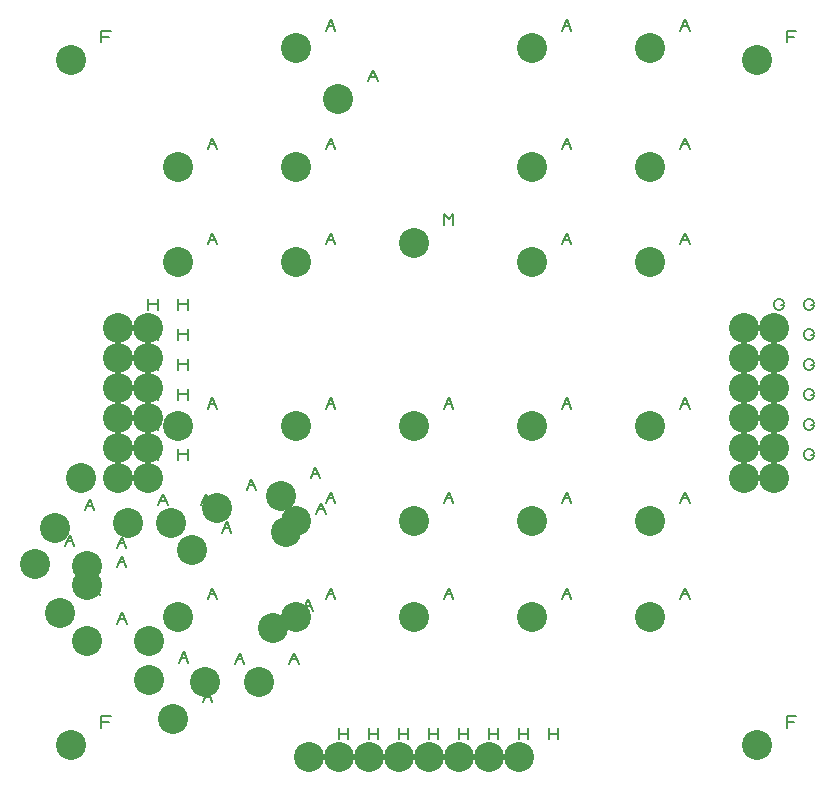
<source format=gbr>
G04 DesignSpark PCB PRO Gerber Version 10.0 Build 5299*
G04 #@! TF.Part,Single*
G04 #@! TF.FileFunction,Drillmap*
G04 #@! TF.FilePolarity,Positive*
%FSLAX36Y36*%
%MOIN*%
%ADD26C,0.00500*%
G04 #@! TA.AperFunction,ViaPad*
%ADD25C,0.10000*%
G04 #@! TD.AperFunction*
X0Y0D02*
D02*
D25*
X157480Y845472D03*
X224409Y964567D03*
X242520Y680709D03*
X279528Y240157D03*
Y2523622D03*
X311024Y1131890D03*
X330709Y775591D03*
Y838583D03*
X332677Y586614D03*
X435433Y1131890D03*
Y1231890D03*
Y1331890D03*
Y1431890D03*
Y1531890D03*
Y1631890D03*
X468504Y980315D03*
X535433Y1131890D03*
Y1231890D03*
Y1331890D03*
Y1431890D03*
Y1531890D03*
Y1631890D03*
X538189Y456693D03*
X539370Y586614D03*
X610669Y980315D03*
X618110Y326772D03*
X633858Y669291D03*
Y1303150D03*
Y1850394D03*
Y2169291D03*
X681102Y889764D03*
X724409Y452756D03*
X763780Y1031496D03*
X905512Y452756D03*
X952756Y629921D03*
X976378Y1070866D03*
X996063Y952756D03*
X1027559Y669291D03*
Y988189D03*
Y1303150D03*
Y1850394D03*
Y2169291D03*
Y2562992D03*
X1070866Y200787D03*
X1169291Y2393701D03*
X1170866Y200787D03*
X1270866D03*
X1370866D03*
X1421260Y669291D03*
Y988189D03*
Y1303150D03*
Y1915157D03*
X1470866Y200787D03*
X1570866D03*
X1670866D03*
X1770866D03*
X1814961Y669291D03*
Y988189D03*
Y1303150D03*
Y1850394D03*
Y2169291D03*
Y2562992D03*
X2208661Y669291D03*
Y988189D03*
Y1303150D03*
Y1850394D03*
Y2169291D03*
Y2562992D03*
X2522047Y1131890D03*
Y1231890D03*
Y1331890D03*
Y1431890D03*
Y1531890D03*
Y1631890D03*
X2562992Y240157D03*
Y2523622D03*
X2622047Y1131890D03*
Y1231890D03*
Y1331890D03*
Y1431890D03*
Y1531890D03*
Y1631890D03*
D02*
D26*
X257480Y904846D02*
X273106Y942346D01*
X288732Y904846D01*
X263732Y920472D02*
X282480D01*
X324409Y1023941D02*
X340035Y1061441D01*
X355661Y1023941D01*
X330661Y1039567D02*
X349409D01*
X342520Y740083D02*
X358146Y777583D01*
X373772Y740083D01*
X348772Y755709D02*
X367520D01*
X379528Y299531D02*
Y337031D01*
X410780D01*
X404528Y318283D02*
X379528D01*
Y2582996D02*
Y2620496D01*
X410780D01*
X404528Y2601748D02*
X379528D01*
X411024Y1228764D02*
Y1191264D01*
X442276D01*
X430709Y834965D02*
X446335Y872465D01*
X461961Y834965D01*
X436961Y850591D02*
X455709D01*
X430709Y897957D02*
X446335Y935457D01*
X461961Y897957D01*
X436961Y913583D02*
X455709D01*
X432677Y645988D02*
X448303Y683488D01*
X463929Y645988D01*
X438929Y661614D02*
X457677D01*
X535433Y1191264D02*
Y1228764D01*
Y1210016D02*
X566685D01*
Y1191264D02*
Y1228764D01*
X535433Y1291264D02*
Y1328764D01*
Y1310016D02*
X566685D01*
Y1291264D02*
Y1328764D01*
X535433Y1391264D02*
Y1428764D01*
Y1410016D02*
X566685D01*
Y1391264D02*
Y1428764D01*
X535433Y1491264D02*
Y1528764D01*
Y1510016D02*
X566685D01*
Y1491264D02*
Y1528764D01*
X535433Y1591264D02*
Y1628764D01*
Y1610016D02*
X566685D01*
Y1591264D02*
Y1628764D01*
X535433Y1691264D02*
Y1728764D01*
Y1710016D02*
X566685D01*
Y1691264D02*
Y1728764D01*
X568504Y1039689D02*
X584130Y1077189D01*
X599756Y1039689D01*
X574756Y1055315D02*
X593504D01*
X635433Y1191264D02*
Y1228764D01*
Y1210016D02*
X666685D01*
Y1191264D02*
Y1228764D01*
X635433Y1291264D02*
Y1328764D01*
Y1310016D02*
X666685D01*
Y1291264D02*
Y1328764D01*
X635433Y1391264D02*
Y1428764D01*
Y1410016D02*
X666685D01*
Y1391264D02*
Y1428764D01*
X635433Y1491264D02*
Y1528764D01*
Y1510016D02*
X666685D01*
Y1491264D02*
Y1528764D01*
X635433Y1591264D02*
Y1628764D01*
Y1610016D02*
X666685D01*
Y1591264D02*
Y1628764D01*
X635433Y1691264D02*
Y1728764D01*
Y1710016D02*
X666685D01*
Y1691264D02*
Y1728764D01*
X638189Y516067D02*
X653815Y553567D01*
X669441Y516067D01*
X644441Y531693D02*
X663189D01*
X639370Y645988D02*
X654996Y683488D01*
X670622Y645988D01*
X645622Y661614D02*
X664370D01*
X710669Y1039689D02*
X726295Y1077189D01*
X741921Y1039689D01*
X716921Y1055315D02*
X735669D01*
X718110Y386146D02*
X733736Y423646D01*
X749362Y386146D01*
X724362Y401772D02*
X743110D01*
X733858Y728665D02*
X749484Y766165D01*
X765110Y728665D01*
X740110Y744291D02*
X758858D01*
X733858Y1362524D02*
X749484Y1400024D01*
X765110Y1362524D01*
X740110Y1378150D02*
X758858D01*
X733858Y1909768D02*
X749484Y1947268D01*
X765110Y1909768D01*
X740110Y1925394D02*
X758858D01*
X733858Y2228665D02*
X749484Y2266165D01*
X765110Y2228665D01*
X740110Y2244291D02*
X758858D01*
X781102Y949138D02*
X796728Y986638D01*
X812354Y949138D01*
X787354Y964764D02*
X806102D01*
X824409Y512130D02*
X840035Y549630D01*
X855661Y512130D01*
X830661Y527756D02*
X849409D01*
X863780Y1090870D02*
X879406Y1128370D01*
X895031Y1090870D01*
X870031Y1106496D02*
X888780D01*
X1005512Y512130D02*
X1021138Y549630D01*
X1036764Y512130D01*
X1011764Y527756D02*
X1030512D01*
X1052756Y689295D02*
X1068382Y726795D01*
X1084008Y689295D01*
X1059008Y704921D02*
X1077756D01*
X1076378Y1130240D02*
X1092004Y1167740D01*
X1107630Y1130240D01*
X1082630Y1145866D02*
X1101378D01*
X1096063Y1012130D02*
X1111689Y1049630D01*
X1127315Y1012130D01*
X1102315Y1027756D02*
X1121063D01*
X1127559Y728665D02*
X1143185Y766165D01*
X1158811Y728665D01*
X1133811Y744291D02*
X1152559D01*
X1127559Y1047563D02*
X1143185Y1085063D01*
X1158811Y1047563D01*
X1133811Y1063189D02*
X1152559D01*
X1127559Y1362524D02*
X1143185Y1400024D01*
X1158811Y1362524D01*
X1133811Y1378150D02*
X1152559D01*
X1127559Y1909768D02*
X1143185Y1947268D01*
X1158811Y1909768D01*
X1133811Y1925394D02*
X1152559D01*
X1127559Y2228665D02*
X1143185Y2266165D01*
X1158811Y2228665D01*
X1133811Y2244291D02*
X1152559D01*
X1127559Y2622366D02*
X1143185Y2659866D01*
X1158811Y2622366D01*
X1133811Y2637992D02*
X1152559D01*
X1170866Y260161D02*
Y297661D01*
Y278913D02*
X1202118D01*
Y260161D02*
Y297661D01*
X1269291Y2453075D02*
X1284917Y2490575D01*
X1300543Y2453075D01*
X1275543Y2468701D02*
X1294291D01*
X1270866Y260161D02*
Y297661D01*
Y278913D02*
X1302118D01*
Y260161D02*
Y297661D01*
X1370866Y260161D02*
Y297661D01*
Y278913D02*
X1402118D01*
Y260161D02*
Y297661D01*
X1470866Y260161D02*
Y297661D01*
Y278913D02*
X1502118D01*
Y260161D02*
Y297661D01*
X1521260Y728665D02*
X1536886Y766165D01*
X1552512Y728665D01*
X1527512Y744291D02*
X1546260D01*
X1521260Y1047563D02*
X1536886Y1085063D01*
X1552512Y1047563D01*
X1527512Y1063189D02*
X1546260D01*
X1521260Y1362524D02*
X1536886Y1400024D01*
X1552512Y1362524D01*
X1527512Y1378150D02*
X1546260D01*
X1521260Y1974531D02*
Y2012031D01*
X1536886Y1993283D01*
X1552512Y2012031D01*
Y1974531D01*
X1570866Y260161D02*
Y297661D01*
Y278913D02*
X1602118D01*
Y260161D02*
Y297661D01*
X1670866Y260161D02*
Y297661D01*
Y278913D02*
X1702118D01*
Y260161D02*
Y297661D01*
X1770866Y260161D02*
Y297661D01*
Y278913D02*
X1802118D01*
Y260161D02*
Y297661D01*
X1870866Y260161D02*
Y297661D01*
Y278913D02*
X1902118D01*
Y260161D02*
Y297661D01*
X1914961Y728665D02*
X1930587Y766165D01*
X1946213Y728665D01*
X1921213Y744291D02*
X1939961D01*
X1914961Y1047563D02*
X1930587Y1085063D01*
X1946213Y1047563D01*
X1921213Y1063189D02*
X1939961D01*
X1914961Y1362524D02*
X1930587Y1400024D01*
X1946213Y1362524D01*
X1921213Y1378150D02*
X1939961D01*
X1914961Y1909768D02*
X1930587Y1947268D01*
X1946213Y1909768D01*
X1921213Y1925394D02*
X1939961D01*
X1914961Y2228665D02*
X1930587Y2266165D01*
X1946213Y2228665D01*
X1921213Y2244291D02*
X1939961D01*
X1914961Y2622366D02*
X1930587Y2659866D01*
X1946213Y2622366D01*
X1921213Y2637992D02*
X1939961D01*
X2308661Y728665D02*
X2324287Y766165D01*
X2339913Y728665D01*
X2314913Y744291D02*
X2333661D01*
X2308661Y1047563D02*
X2324287Y1085063D01*
X2339913Y1047563D01*
X2314913Y1063189D02*
X2333661D01*
X2308661Y1362524D02*
X2324287Y1400024D01*
X2339913Y1362524D01*
X2314913Y1378150D02*
X2333661D01*
X2308661Y1909768D02*
X2324287Y1947268D01*
X2339913Y1909768D01*
X2314913Y1925394D02*
X2333661D01*
X2308661Y2228665D02*
X2324287Y2266165D01*
X2339913Y2228665D01*
X2314913Y2244291D02*
X2333661D01*
X2308661Y2622366D02*
X2324287Y2659866D01*
X2339913Y2622366D01*
X2314913Y2637992D02*
X2333661D01*
X2643921Y1206890D02*
X2653299D01*
Y1203764D01*
X2650173Y1197516D01*
X2647047Y1194390D01*
X2640799Y1191264D01*
X2634547D01*
X2628299Y1194390D01*
X2625173Y1197516D01*
X2622047Y1203764D01*
Y1216264D01*
X2625173Y1222516D01*
X2628299Y1225642D01*
X2634547Y1228764D01*
X2640799D01*
X2647047Y1225642D01*
X2650173Y1222516D01*
X2653299Y1216264D01*
X2643921Y1306890D02*
X2653299D01*
Y1303764D01*
X2650173Y1297516D01*
X2647047Y1294390D01*
X2640799Y1291264D01*
X2634547D01*
X2628299Y1294390D01*
X2625173Y1297516D01*
X2622047Y1303764D01*
Y1316264D01*
X2625173Y1322516D01*
X2628299Y1325642D01*
X2634547Y1328764D01*
X2640799D01*
X2647047Y1325642D01*
X2650173Y1322516D01*
X2653299Y1316264D01*
X2643921Y1406890D02*
X2653299D01*
Y1403764D01*
X2650173Y1397516D01*
X2647047Y1394390D01*
X2640799Y1391264D01*
X2634547D01*
X2628299Y1394390D01*
X2625173Y1397516D01*
X2622047Y1403764D01*
Y1416264D01*
X2625173Y1422516D01*
X2628299Y1425642D01*
X2634547Y1428764D01*
X2640799D01*
X2647047Y1425642D01*
X2650173Y1422516D01*
X2653299Y1416264D01*
X2643921Y1506890D02*
X2653299D01*
Y1503764D01*
X2650173Y1497516D01*
X2647047Y1494390D01*
X2640799Y1491264D01*
X2634547D01*
X2628299Y1494390D01*
X2625173Y1497516D01*
X2622047Y1503764D01*
Y1516264D01*
X2625173Y1522516D01*
X2628299Y1525642D01*
X2634547Y1528764D01*
X2640799D01*
X2647047Y1525642D01*
X2650173Y1522516D01*
X2653299Y1516264D01*
X2643921Y1606890D02*
X2653299D01*
Y1603764D01*
X2650173Y1597516D01*
X2647047Y1594390D01*
X2640799Y1591264D01*
X2634547D01*
X2628299Y1594390D01*
X2625173Y1597516D01*
X2622047Y1603764D01*
Y1616264D01*
X2625173Y1622516D01*
X2628299Y1625642D01*
X2634547Y1628764D01*
X2640799D01*
X2647047Y1625642D01*
X2650173Y1622516D01*
X2653299Y1616264D01*
X2643921Y1706890D02*
X2653299D01*
Y1703764D01*
X2650173Y1697516D01*
X2647047Y1694390D01*
X2640799Y1691264D01*
X2634547D01*
X2628299Y1694390D01*
X2625173Y1697516D01*
X2622047Y1703764D01*
Y1716264D01*
X2625173Y1722516D01*
X2628299Y1725642D01*
X2634547Y1728764D01*
X2640799D01*
X2647047Y1725642D01*
X2650173Y1722516D01*
X2653299Y1716264D01*
X2662992Y299531D02*
Y337031D01*
X2694244D01*
X2687992Y318283D02*
X2662992D01*
Y2582996D02*
Y2620496D01*
X2694244D01*
X2687992Y2601748D02*
X2662992D01*
X2743921Y1206890D02*
X2753299D01*
Y1203764D01*
X2750173Y1197516D01*
X2747047Y1194390D01*
X2740799Y1191264D01*
X2734547D01*
X2728299Y1194390D01*
X2725173Y1197516D01*
X2722047Y1203764D01*
Y1216264D01*
X2725173Y1222516D01*
X2728299Y1225642D01*
X2734547Y1228764D01*
X2740799D01*
X2747047Y1225642D01*
X2750173Y1222516D01*
X2753299Y1216264D01*
X2743921Y1306890D02*
X2753299D01*
Y1303764D01*
X2750173Y1297516D01*
X2747047Y1294390D01*
X2740799Y1291264D01*
X2734547D01*
X2728299Y1294390D01*
X2725173Y1297516D01*
X2722047Y1303764D01*
Y1316264D01*
X2725173Y1322516D01*
X2728299Y1325642D01*
X2734547Y1328764D01*
X2740799D01*
X2747047Y1325642D01*
X2750173Y1322516D01*
X2753299Y1316264D01*
X2743921Y1406890D02*
X2753299D01*
Y1403764D01*
X2750173Y1397516D01*
X2747047Y1394390D01*
X2740799Y1391264D01*
X2734547D01*
X2728299Y1394390D01*
X2725173Y1397516D01*
X2722047Y1403764D01*
Y1416264D01*
X2725173Y1422516D01*
X2728299Y1425642D01*
X2734547Y1428764D01*
X2740799D01*
X2747047Y1425642D01*
X2750173Y1422516D01*
X2753299Y1416264D01*
X2743921Y1506890D02*
X2753299D01*
Y1503764D01*
X2750173Y1497516D01*
X2747047Y1494390D01*
X2740799Y1491264D01*
X2734547D01*
X2728299Y1494390D01*
X2725173Y1497516D01*
X2722047Y1503764D01*
Y1516264D01*
X2725173Y1522516D01*
X2728299Y1525642D01*
X2734547Y1528764D01*
X2740799D01*
X2747047Y1525642D01*
X2750173Y1522516D01*
X2753299Y1516264D01*
X2743921Y1606890D02*
X2753299D01*
Y1603764D01*
X2750173Y1597516D01*
X2747047Y1594390D01*
X2740799Y1591264D01*
X2734547D01*
X2728299Y1594390D01*
X2725173Y1597516D01*
X2722047Y1603764D01*
Y1616264D01*
X2725173Y1622516D01*
X2728299Y1625642D01*
X2734547Y1628764D01*
X2740799D01*
X2747047Y1625642D01*
X2750173Y1622516D01*
X2753299Y1616264D01*
X2743921Y1706890D02*
X2753299D01*
Y1703764D01*
X2750173Y1697516D01*
X2747047Y1694390D01*
X2740799Y1691264D01*
X2734547D01*
X2728299Y1694390D01*
X2725173Y1697516D01*
X2722047Y1703764D01*
Y1716264D01*
X2725173Y1722516D01*
X2728299Y1725642D01*
X2734547Y1728764D01*
X2740799D01*
X2747047Y1725642D01*
X2750173Y1722516D01*
X2753299Y1716264D01*
X0Y0D02*
M02*

</source>
